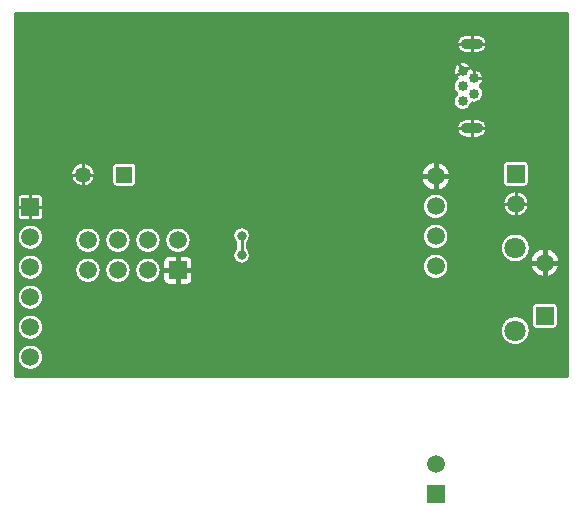
<source format=gbr>
*
G04 Job   : Z:\Rest\ESPto433\V2\PCB\V2.pcb*
G04 User  : DESKTOP-K7BKDL1:life*
G04 Layer : Layer2Bot.gbr*
G04 Date  : Mon Oct 04 20:14:53 2021*
%ICAS*%
%MOIN*%
%FSLAX26Y26*%
%OFA0.0000B0.0000*%
G90*
G74*
%AMVB_RECTANGLE*
21,1,$1,$2,0,0,$3*
%
%ADD10C,0.00984*%
%ADD11C,0.01575*%
%ADD12C,0.03150*%
%ADD18C,0.03346*%
%ADD16C,0.05315*%
%ADD13C,0.05906*%
%ADD17C,0.07087*%
%ADD19O,0.07480X0.03543*%
%ADD15VB_RECTANGLE,0.05315X0.05315X180.00000*%
%ADD14VB_RECTANGLE,0.05906X0.05906X270.00000*%
G01*
G36*
X19685Y1943897D02*
G02X24605Y1948818I4920D01*
G01X35500*
Y797216*
G03X74870Y757846I39370*
X114240Y797216J39370*
X74870Y836586I39370*
X35500Y797216J39370*
G01Y897216*
G03X74870Y857846I39370*
X114240Y897216J39370*
X74870Y936586I39370*
X35500Y897216J39370*
G01Y997216*
G03X74870Y957846I39370*
X114240Y997216J39370*
X74870Y1036586I39370*
X35500Y997216J39370*
G01Y1097216*
G03X74870Y1057846I39370*
X114240Y1097216J39370*
X74870Y1136586I39370*
X35500Y1097216J39370*
G01Y1197216*
G03X74870Y1157846I39370*
X114240Y1197216J39370*
X74870Y1236586I39370*
X35500Y1197216J39370*
G01Y1267688*
G03X45342Y1257846I9842*
G01X104397*
G03X114240Y1267688J9842*
G01Y1326743*
G03X104397Y1336586I9842*
G01X45342*
G03X35500Y1326743J9842*
G01Y1948818*
X213582*
Y1405511*
G03X227026Y1377255I36417*
G01Y1086716*
G03X266396Y1047346I39370*
X305766Y1086716J39370*
X266396Y1126086I39370*
X227026Y1086716J39370*
G01Y1186716*
G03X266396Y1147346I39370*
X305766Y1186716J39370*
X266396Y1226086I39370*
X227026Y1186716J39370*
G01Y1377255*
G03X250000Y1369093I22973J28256*
X286416Y1405511J36417*
X250000Y1441928I36416*
X213582Y1405511J36417*
G01Y1948818*
X327026*
Y1086716*
G03X366396Y1047346I39370*
X405766Y1086716J39370*
X366396Y1126086I39370*
X327026Y1086716J39370*
G01Y1186716*
G03X366396Y1147346I39370*
X405766Y1186716J39370*
X366396Y1226086I39370*
X327026Y1186716J39370*
G01Y1948818*
X351377*
Y1378936*
G03X361220Y1369093I9842*
G01X414370*
G03X424212Y1378936J9842*
G01Y1432086*
G03X414370Y1441928I9842*
G01X361220*
G03X351377Y1432086J9842*
G01Y1948818*
X427026*
Y1086716*
G03X466396Y1047346I39370*
X505766Y1086716J39370*
X466396Y1126086I39370*
X427026Y1086716J39370*
G01Y1186716*
G03X466396Y1147346I39370*
X505766Y1186716J39370*
X466396Y1226086I39370*
X427026Y1186716J39370*
G01Y1948818*
X521120*
Y1057188*
G03X536868Y1041440I15747*
G01X595923*
G03X611672Y1057188J15747*
G01Y1116245*
G03X595923Y1131992I15749*
G01X536868*
G03X521120Y1116245J15747*
G01Y1948818*
X527026*
Y1186716*
G03X566396Y1147346I39370*
X605766Y1186716J39370*
X566396Y1226086I39370*
X527026Y1186716J39370*
G01Y1948818*
X753145*
Y1202151*
G03X762225Y1182598I25590*
G02X763972Y1178838I3175J3760*
G01Y1160335*
G02X762225Y1156573I4922*
G03X753145Y1137021I16510J19552*
X778735Y1111431I25590*
X804326Y1137021J25590*
X795245Y1156573I25590*
G02X793500Y1160335I3175J3761*
G01Y1178838*
G02X795245Y1182598I4920*
G03X804326Y1202151I16510J19552*
X778735Y1227741I25590*
X753145Y1202151J25590*
G01Y1948818*
X1380383*
Y1399930*
G03X1386288Y1377571I45275*
G01Y1099930*
G03X1425658Y1060560I39370*
X1465028Y1099930J39370*
X1425658Y1139300I39370*
X1386288Y1099930J39370*
G01Y1199930*
G03X1425658Y1160560I39370*
X1465028Y1199930J39370*
X1425658Y1239300I39370*
X1386288Y1199930J39370*
G01Y1299930*
G03X1425658Y1260560I39370*
X1465028Y1299930J39370*
X1425658Y1339300I39370*
X1386288Y1299930J39370*
G01Y1377571*
G03X1425658Y1354653I39370J22358*
X1470935Y1399930J45276*
X1425658Y1445205I45276*
X1380383Y1399930J45275*
G01Y1948818*
X1488945*
Y1752148*
G03X1500027Y1730556I26575*
G02X1502080Y1726557I2869J3998*
X1500027Y1722558I4921*
G03X1488945Y1700967I15492J21590*
G01Y1700966*
G03X1500027Y1679375I26575*
G02X1502080Y1675376I2869J3998*
X1500027Y1671377I4921*
G03X1488945Y1649785I15492J21592*
X1499113Y1628880I26575*
G01Y1560137*
G03X1526673Y1532578I27560*
G01X1566043*
G03X1593602Y1560137J27559*
X1566043Y1587696I27559*
G01X1526673*
G03X1499113Y1560137J27558*
G01Y1628880*
G03X1515520Y1623211I16406J20905*
X1541798Y1645835J26574*
G02X1546665Y1650023I4867J732*
X1547960Y1649850J4920*
G03X1554951Y1648913I6990J25637*
X1581526Y1675488J26575*
X1570443Y1697080I26575*
G02X1568391Y1701080I2869J3999*
X1570443Y1705077I4921*
G03X1581526Y1726670I15492J21592*
X1554951Y1753245I26575*
X1547932Y1752300J26575*
G02X1546632Y1752125I1300J4747*
X1541770Y1756281J4922*
G03X1515520Y1778722I26250J4133*
X1488945Y1752148J26575*
G01Y1948818*
X1499113*
Y1841633*
G03X1526673Y1814075I27560*
G01X1566043*
G03X1593602Y1841633J27558*
X1566043Y1869192I27559*
G01X1526673*
G03X1499113Y1841633J27559*
G01Y1948818*
X1645668*
Y885826*
G03X1690945Y840550I45276*
X1736220Y885826J45275*
X1690945Y931101I45275*
X1645668Y885826J45275*
G01Y1161416*
G03X1690945Y1116141I45276*
X1736220Y1161416J45275*
X1690945Y1206692I45275*
X1645668Y1161416J45276*
G01Y1948818*
X1653542*
Y1308267*
G03X1692912Y1268897I39370*
X1732282Y1308267J39370*
X1692912Y1347637I39370*
X1653542Y1308267J39370*
G01Y1378740*
G03X1663385Y1368897I9842*
G01X1722440*
G03X1732282Y1378740J9842*
G01Y1437795*
G03X1722440Y1447637I9842*
G01X1663385*
G03X1653542Y1437795J9842*
G01Y1948818*
X1744093*
Y1112205*
G03X1750000Y1089846I45276*
G01Y905511*
G03X1759842Y895668I9842*
G01X1818897*
G03X1828740Y905511J9842*
G01Y964566*
G03X1818897Y974408I9842*
G01X1759842*
G03X1750000Y964566J9842*
G01Y1089846*
G03X1789370Y1066928I39370J22358*
X1834645Y1112205J45276*
X1789370Y1157480I45275*
X1744093Y1112205J45275*
G01Y1948818*
X1865156*
G02X1870078Y1943897J4920*
G01Y733267*
G02X1865156Y728345I4922*
G01X24605*
G02X19685Y733267J4922*
G01Y1943897*
G37*
G54D10*
X50263Y1297216D02*
X30578D01*
X74870Y1272610D02*
Y1252925D01*
Y1321822D02*
Y1341507D01*
X99476Y1297216D02*
X119161D01*
X250000Y1405511D02*
X208660D01*
X250000D02*
Y1364172D01*
Y1405511D02*
X291338D01*
X250000D02*
Y1446850D01*
X778735Y1137021D02*
Y1202151D01*
X1515520Y1752148D02*
X1542332Y1768672D01*
X1515520Y1752148D02*
X1488706Y1735625D01*
X1515520Y1752148D02*
X1498995Y1778961D01*
X1526673Y1560137D02*
X1494192D01*
X1526673Y1841633D02*
X1494192D01*
X1546358Y1560137D02*
Y1592618D01*
Y1560137D02*
Y1527657D01*
Y1841633D02*
Y1809153D01*
Y1841633D02*
Y1874115D01*
X1554951Y1726670D02*
X1586447D01*
X1554951D02*
Y1758165D01*
X1566043Y1560137D02*
X1598523D01*
X1566043Y1841633D02*
X1598523D01*
X1692912Y1308267D02*
Y1263975D01*
Y1308267D02*
X1737205D01*
X1692912D02*
Y1352558D01*
Y1308267D02*
X1648621D01*
G54D11*
X544742Y1086716D02*
X516200D01*
X566396Y1065062D02*
Y1036520D01*
Y1108370D02*
Y1136913D01*
X588050Y1086716D02*
X616593D01*
X1425658Y1399930D02*
Y1450126D01*
Y1399930D02*
Y1349732D01*
Y1399930D02*
X1475855D01*
X1425658D02*
X1375461D01*
X1789370Y1112205D02*
Y1162401D01*
Y1112205D02*
X1739172D01*
X1789370D02*
Y1062007D01*
Y1112205D02*
X1839566D01*
G54D12*
X778735Y1137021D03*
Y1202151D03*
X866417Y1036978D03*
X1174235Y1458502D03*
X1230051Y1222346D03*
X1238212Y1767933D03*
X1295320Y1818316D03*
X1299478Y1465366D03*
X1311062Y1330266D03*
X1614058Y1744630D03*
X1673583Y1551093D03*
X1675695Y1854535D03*
X1826275Y1837031D03*
X1828300Y1569825D03*
X1838256Y1657508D03*
X1840688Y1767750D03*
G54D13*
X74870Y797216D03*
Y897216D03*
Y997216D03*
Y1097216D03*
Y1197216D03*
X266396Y1086716D03*
Y1186716D03*
X366396Y1086716D03*
Y1186716D03*
X466396Y1086716D03*
Y1186716D03*
X566396D03*
X1425590Y440945D03*
X1425658Y1099930D03*
Y1199930D03*
Y1299930D03*
Y1399930D03*
X1692912Y1308267D03*
X1789370Y1112205D03*
G54D14*
X74870Y1297216D03*
X566396Y1086716D03*
X1425590Y340945D03*
X1692912Y1408267D03*
X1789370Y935038D03*
G54D15*
X387795Y1405511D03*
G54D16*
X250000D03*
G54D17*
X1690945Y885826D03*
Y1161416D03*
G54D18*
X1515520Y1649785D03*
Y1700967D03*
Y1752148D03*
X1554951Y1675488D03*
Y1726670D03*
G54D19*
X1546358Y1560137D03*
Y1841633D03*
M02*

</source>
